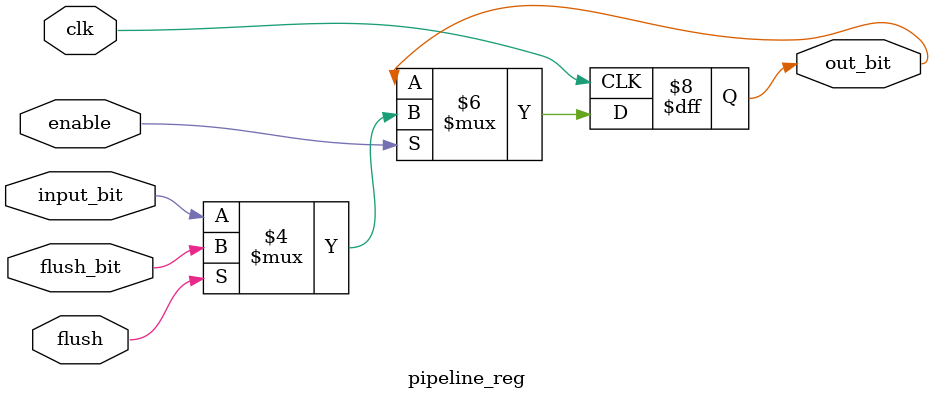
<source format=sv>
`timescale 1ns / 1ps


module pipeline_reg
(
    input clk,
    input flush,
    input enable,
    input flush_bit, 
    input input_bit,
    output logic out_bit
);

always_ff @( posedge clk ) begin
    if (enable) begin
        if(flush) begin
            out_bit <= flush_bit;
        end
        else begin
            out_bit <= input_bit;
        end
    end
    else begin
        out_bit <= out_bit;
    end
end
    

endmodule

</source>
